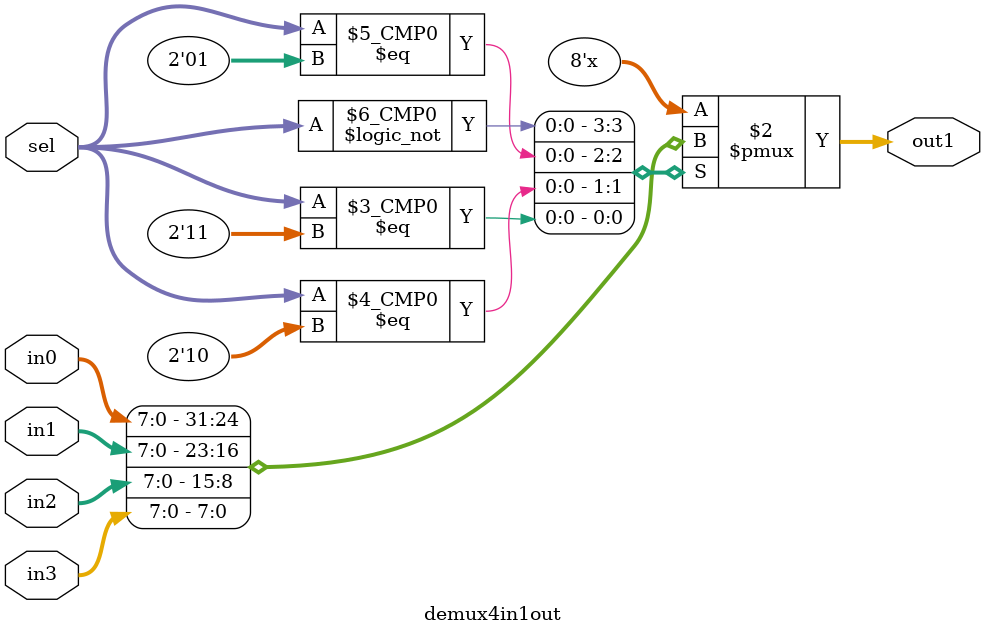
<source format=v>


module demux4in1out(
    input [1:0] sel,
    input [7:0] in0, in1, in2, in3,
    output reg [7:0] out1
);

always@(*)begin
    case(sel)
    2'b00 : out1 = in0;
    2'b01 : out1 = in1;
    2'b10 : out1 = in2;
    2'b11 : out1 = in3;
    endcase
end
endmodule
</source>
